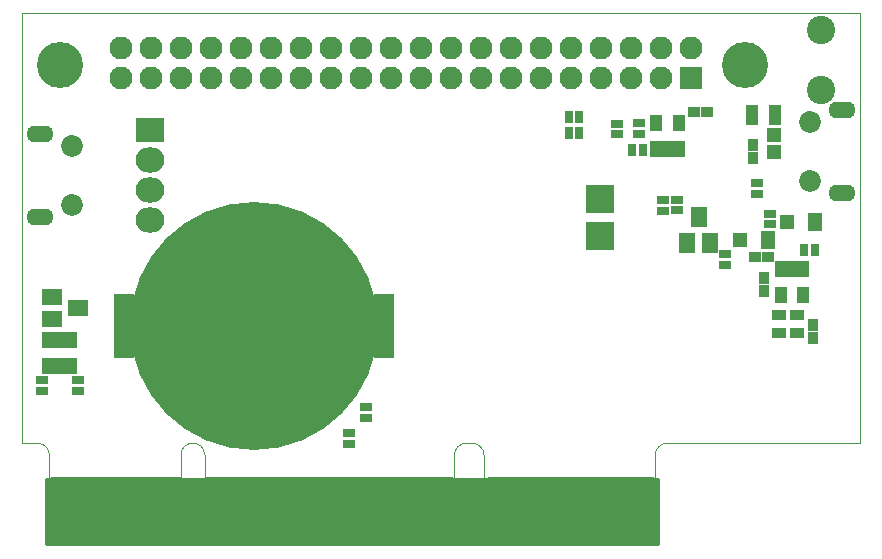
<source format=gbr>
G04 #@! TF.FileFunction,Soldermask,Bot*
%FSLAX46Y46*%
G04 Gerber Fmt 4.6, Leading zero omitted, Abs format (unit mm)*
G04 Created by KiCad (PCBNEW 4.0.7) date 09/09/17 19:36:50*
%MOMM*%
%LPD*%
G01*
G04 APERTURE LIST*
%ADD10C,0.100000*%
%ADD11R,0.800000X1.000000*%
%ADD12R,1.000000X0.900000*%
%ADD13R,2.432000X2.127200*%
%ADD14O,2.432000X2.127200*%
%ADD15R,1.000000X0.800000*%
%ADD16R,1.150000X1.200000*%
%ADD17R,0.900000X1.000000*%
%ADD18R,1.100000X1.700000*%
%ADD19C,2.400000*%
%ADD20R,1.400000X1.800000*%
%ADD21R,1.300000X1.300000*%
%ADD22R,1.300000X1.500000*%
%ADD23R,1.300000X0.900000*%
%ADD24R,1.670000X5.480000*%
%ADD25C,21.000000*%
%ADD26O,2.300000X1.400000*%
%ADD27C,1.850000*%
%ADD28O,1.950000X1.950000*%
%ADD29C,3.900000*%
%ADD30R,1.950000X1.950000*%
%ADD31R,1.050000X1.460000*%
%ADD32R,1.800000X1.400000*%
%ADD33R,2.400000X2.400000*%
%ADD34R,1.100000X4.250000*%
%ADD35C,0.220000*%
G04 APERTURE END LIST*
D10*
X86767232Y-135759051D02*
X86767232Y-135359051D01*
X97917232Y-135359051D02*
X97917232Y-135759051D01*
X96917232Y-136759051D02*
X87767232Y-136759051D01*
X96917232Y-136759051D02*
X97917232Y-135759051D01*
X86767232Y-135759051D02*
X87767232Y-136759051D01*
X155417232Y-91959051D02*
X155417232Y-128359051D01*
X84417232Y-128359051D02*
X84417232Y-91959051D01*
X84417232Y-91959051D02*
X155417232Y-91959051D01*
X121067232Y-129359051D02*
X121067232Y-135359051D01*
X121067232Y-129359051D02*
G75*
G02X122067232Y-128359051I1000000J0D01*
G01*
X122567232Y-128359051D02*
X122067232Y-128359051D01*
X122567232Y-128359051D02*
G75*
G02X123567232Y-129359051I0J-1000000D01*
G01*
X123567232Y-135359051D02*
X123567232Y-129359051D01*
X138067232Y-129359051D02*
X138067232Y-135359051D01*
X138067232Y-129359051D02*
G75*
G02X139067232Y-128359051I1000000J0D01*
G01*
X155417232Y-128359051D02*
X139067232Y-128359051D01*
X85767232Y-128359051D02*
X84417232Y-128359051D01*
X85767232Y-128359051D02*
G75*
G02X86767232Y-129359051I0J-1000000D01*
G01*
X86767232Y-135359051D02*
X86767232Y-129359051D01*
X97917232Y-129359051D02*
X97917232Y-135359051D01*
X97917232Y-129359051D02*
G75*
G02X99917232Y-129359051I1000000J0D01*
G01*
X99917232Y-135359051D02*
X99917232Y-129359051D01*
X137067232Y-136759051D02*
X124567232Y-136759051D01*
X137067232Y-136759051D02*
X138067232Y-135759051D01*
X138067232Y-135359051D02*
X138067232Y-135759051D01*
X123567232Y-135759051D02*
X123567232Y-135359051D01*
X123567232Y-135759051D02*
X124567232Y-136759051D01*
X120067232Y-136759051D02*
X100917232Y-136759051D01*
X120067232Y-136759051D02*
X121067232Y-135759051D01*
X121067232Y-135359051D02*
X121067232Y-135759051D01*
X99917232Y-135759051D02*
X99917232Y-135359051D01*
X99917232Y-135759051D02*
X100917232Y-136759051D01*
D11*
X151579200Y-111988600D03*
X150679200Y-111988600D03*
D12*
X141359000Y-100330000D03*
X142459000Y-100330000D03*
D13*
X95331200Y-101854000D03*
D14*
X95331200Y-104394000D03*
X95331200Y-106934000D03*
X95331200Y-109474000D03*
D15*
X136702000Y-102177000D03*
X136702000Y-101277000D03*
D16*
X148106600Y-102221600D03*
X148106600Y-103721600D03*
D17*
X151434000Y-118322000D03*
X151434000Y-119422000D03*
D12*
X147640600Y-112598200D03*
X146540600Y-112598200D03*
D18*
X148193000Y-100584000D03*
X146293000Y-100584000D03*
D15*
X146684200Y-106331600D03*
X146684200Y-107231600D03*
X147776400Y-109822400D03*
X147776400Y-108922400D03*
X143941000Y-113276800D03*
X143941000Y-112376800D03*
D19*
X152074080Y-93411040D03*
X152074080Y-98411040D03*
D17*
X146354000Y-104182000D03*
X146354000Y-103082000D03*
D11*
X136125000Y-103505000D03*
X137025000Y-103505000D03*
D15*
X139877000Y-107754000D03*
X139877000Y-108654000D03*
D20*
X142681200Y-111386800D03*
X140781200Y-111386800D03*
X141731200Y-109186800D03*
D21*
X149200000Y-109600000D03*
D22*
X151600000Y-109600000D03*
D23*
X148513000Y-118987000D03*
X148513000Y-117487000D03*
X150037000Y-117487000D03*
X150037000Y-118987000D03*
D21*
X145217500Y-111188500D03*
D22*
X147617500Y-111188500D03*
D17*
X147243000Y-115459600D03*
X147243000Y-114359600D03*
D15*
X113538000Y-125305400D03*
X113538000Y-126205400D03*
X112110000Y-127510000D03*
X112110000Y-128410000D03*
D24*
X115086900Y-118414800D03*
D25*
X104101900Y-118414800D03*
D24*
X93116900Y-118414800D03*
D26*
X85984000Y-109164000D03*
D27*
X88684000Y-108164000D03*
X88684000Y-103164000D03*
D26*
X85984000Y-102164000D03*
X153874940Y-100157400D03*
D27*
X151174940Y-101157400D03*
X151174940Y-106157400D03*
D26*
X153874940Y-107157400D03*
D28*
X92801440Y-94861380D03*
X92801440Y-97401380D03*
D29*
X87631440Y-96331380D03*
D30*
X141061440Y-97401380D03*
D28*
X141061440Y-94861380D03*
X138521440Y-97401380D03*
X138521440Y-94861380D03*
X135981440Y-97401380D03*
X135981440Y-94861380D03*
X133441440Y-97401380D03*
X133441440Y-94861380D03*
X130901440Y-97401380D03*
X130901440Y-94861380D03*
X128361440Y-97401380D03*
X128361440Y-94861380D03*
X125821440Y-97401380D03*
X125821440Y-94861380D03*
X123281440Y-97401380D03*
X123281440Y-94861380D03*
X120741440Y-97401380D03*
X120741440Y-94861380D03*
X118201440Y-97401380D03*
X118201440Y-94861380D03*
X115661440Y-97401380D03*
X115661440Y-94861380D03*
X113121440Y-97401380D03*
X113121440Y-94861380D03*
X110581440Y-97401380D03*
X110581440Y-94861380D03*
D29*
X145631440Y-96331380D03*
D28*
X108041440Y-97401380D03*
X105501440Y-97401380D03*
X102961440Y-97401380D03*
X100421440Y-97401380D03*
X97881440Y-97401380D03*
X95341440Y-97401380D03*
X108041440Y-94861380D03*
X105501440Y-94861380D03*
X102961440Y-94861380D03*
X100421440Y-94861380D03*
X97881440Y-94861380D03*
X95341440Y-94861380D03*
D15*
X138740000Y-107760000D03*
X138740000Y-108660000D03*
D11*
X130740000Y-100740000D03*
X131640000Y-100740000D03*
X130750000Y-102060000D03*
X131650000Y-102060000D03*
D31*
X140065000Y-103462000D03*
X139115000Y-103462000D03*
X138165000Y-103462000D03*
X138165000Y-101262000D03*
X140065000Y-101262000D03*
D15*
X134860000Y-101290000D03*
X134860000Y-102190000D03*
X89230000Y-123010000D03*
X89230000Y-123910000D03*
X86120000Y-123030000D03*
X86120000Y-123930000D03*
D32*
X86970000Y-117880000D03*
X86970000Y-115980000D03*
X89170000Y-116930000D03*
D33*
X133370000Y-110780000D03*
X133370000Y-107680000D03*
D31*
X88570000Y-121780000D03*
X87620000Y-121780000D03*
X86670000Y-121780000D03*
X86670000Y-119580000D03*
X88570000Y-119580000D03*
X87620000Y-119580000D03*
D34*
X87431800Y-133360400D03*
X88431800Y-133360400D03*
X89431800Y-133360400D03*
X90431800Y-133360400D03*
X91431800Y-133360400D03*
X92431800Y-133360400D03*
X93431800Y-133360400D03*
X94431800Y-133360400D03*
X95431800Y-133360400D03*
X96431800Y-133360400D03*
X97431800Y-133360400D03*
X100431800Y-133360400D03*
X101431800Y-133360400D03*
X102431800Y-133360400D03*
X103431800Y-133360400D03*
X104431800Y-133360400D03*
X105431800Y-133360400D03*
X106431800Y-133360400D03*
X107431800Y-133360400D03*
X108431800Y-133360400D03*
X109431800Y-133360400D03*
X110431800Y-133360400D03*
X111431800Y-133360400D03*
X112431800Y-133360400D03*
X113431800Y-133360400D03*
X114431800Y-133360400D03*
X115431800Y-133360400D03*
X116431800Y-133360400D03*
X117431800Y-133360400D03*
X118431800Y-133360400D03*
X119431800Y-133360400D03*
X120431800Y-133360400D03*
X124431800Y-133360400D03*
X125431800Y-133360400D03*
X126431800Y-133360400D03*
X127431800Y-133360400D03*
X128431800Y-133360400D03*
X129431800Y-133360400D03*
X130431800Y-133360400D03*
X131431800Y-133360400D03*
X132431800Y-133360400D03*
X133431800Y-133360400D03*
X134431800Y-133360400D03*
X135431800Y-133360400D03*
X136431800Y-133360400D03*
X137431800Y-133360400D03*
D31*
X148706000Y-113581000D03*
X149656000Y-113581000D03*
X150606000Y-113581000D03*
X150606000Y-115781000D03*
X148706000Y-115781000D03*
D35*
G36*
X138320000Y-136923000D02*
X86470000Y-136923000D01*
X86470000Y-131428000D01*
X138320000Y-131428000D01*
X138320000Y-136923000D01*
X138320000Y-136923000D01*
G37*
X138320000Y-136923000D02*
X86470000Y-136923000D01*
X86470000Y-131428000D01*
X138320000Y-131428000D01*
X138320000Y-136923000D01*
M02*

</source>
